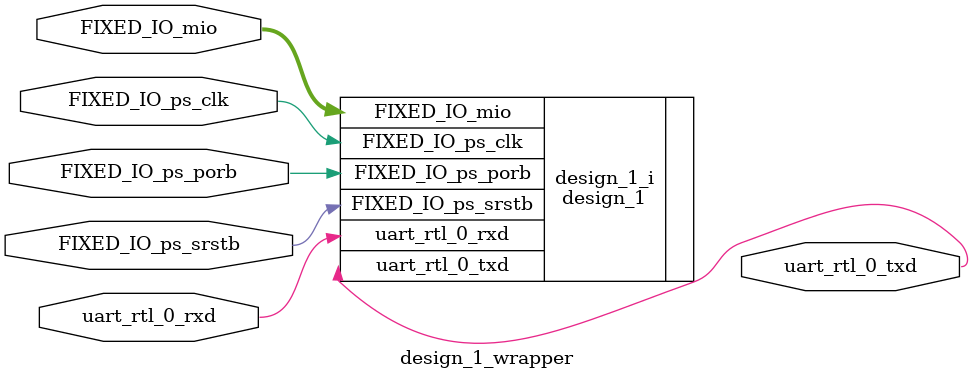
<source format=v>
`timescale 1 ps / 1 ps

module design_1_wrapper
   (FIXED_IO_mio,
    FIXED_IO_ps_clk,
    FIXED_IO_ps_porb,
    FIXED_IO_ps_srstb,
    uart_rtl_0_rxd,
    uart_rtl_0_txd);
  inout [53:0]FIXED_IO_mio;
  inout FIXED_IO_ps_clk;
  inout FIXED_IO_ps_porb;
  inout FIXED_IO_ps_srstb;
  input uart_rtl_0_rxd;
  output uart_rtl_0_txd;

  wire [53:0]FIXED_IO_mio;
  wire FIXED_IO_ps_clk;
  wire FIXED_IO_ps_porb;
  wire FIXED_IO_ps_srstb;
  wire uart_rtl_0_rxd;
  wire uart_rtl_0_txd;

  design_1 design_1_i
       (.FIXED_IO_mio(FIXED_IO_mio),
        .FIXED_IO_ps_clk(FIXED_IO_ps_clk),
        .FIXED_IO_ps_porb(FIXED_IO_ps_porb),
        .FIXED_IO_ps_srstb(FIXED_IO_ps_srstb),
        .uart_rtl_0_rxd(uart_rtl_0_rxd),
        .uart_rtl_0_txd(uart_rtl_0_txd));
endmodule

</source>
